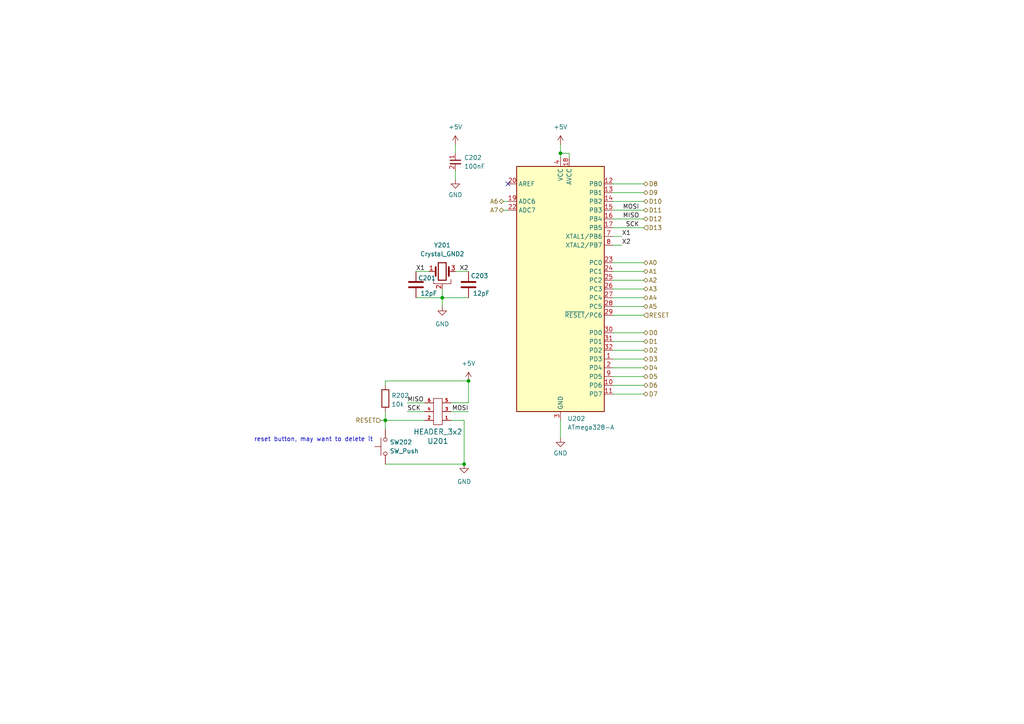
<source format=kicad_sch>
(kicad_sch (version 20230121) (generator eeschema)
  (paper "A4")
  (lib_symbols
    (symbol "Device:C" (pin_numbers hide) (pin_names (offset 0.254))
      (property "Reference" "C" (at 0.635 2.54 0))
      (property "Value" "C" (at 0.635 -2.54 0))
      (symbol "C_0_1"
        (polyline (pts (xy -2.032 -0.762) (xy 2.032 -0.762)) (stroke (width 0.508)))
        (polyline (pts (xy -2.032 0.762) (xy 2.032 0.762)) (stroke (width 0.508)))
      )
      (symbol "C_1_1"
        (pin passive line (at 0 3.81 270) (length 2.794) (name "~") (number "1"))
        (pin passive line (at 0 -3.81 90) (length 2.794) (name "~") (number "2"))
      )
    )
    (symbol "Device:R" (pin_numbers hide) (pin_names (offset 0))
      (property "Reference" "R" (at 2.032 0 90))
      (property "Value" "R" (at 0 0 90))
      (symbol "R_0_1"
        (rectangle (start -1.016 -2.54) (end 1.016 2.54) (stroke (width 0.254)))
      )
      (symbol "R_1_1"
        (pin passive line (at 0 3.81 270) (length 1.27) (name "~") (number "1"))
        (pin passive line (at 0 -3.81 90) (length 1.27) (name "~") (number "2"))
      )
    )
    (symbol "GND_1" (power) (pin_names (offset 0))
      (property "Value" "GND_1" (at 0 -3.81 0))
      (symbol "GND_1_0_1"
        (polyline (pts (xy 0 0) (xy 0 -1.27) (xy 1.27 -1.27) (xy 0 -2.54) (xy -1.27 -1.27) (xy 0 -1.27)))
      )
      (symbol "GND_1_1_1"
        (pin power_in line (at 0 0 270) (length 0) hide (name "GND") (number "1"))
      )
    )
    (symbol "MCU_Microchip_ATmega:ATmega328-A"
      (property "Reference" "U" (at -12.7 36.83 0))
      (property "Value" "ATmega328-A" (at 2.54 -36.83 0))
      (symbol "ATmega328-A_0_1"
        (rectangle (start -12.7 -35.56) (end 12.7 35.56) (stroke (width 0.254)) (fill (type background)))
      )
      (symbol "ATmega328-A_1_1"
        (pin bidirectional line (at 15.24 -20.32 180) (length 2.54) (name "PD3") (number "1"))
        (pin bidirectional line (at 15.24 -27.94 180) (length 2.54) (name "PD6") (number "10"))
        (pin bidirectional line (at 15.24 -30.48 180) (length 2.54) (name "PD7") (number "11"))
        (pin bidirectional line (at 15.24 30.48 180) (length 2.54) (name "PB0") (number "12"))
        (pin bidirectional line (at 15.24 27.94 180) (length 2.54) (name "PB1") (number "13"))
        (pin bidirectional line (at 15.24 25.4 180) (length 2.54) (name "PB2") (number "14"))
        (pin bidirectional line (at 15.24 22.86 180) (length 2.54) (name "PB3") (number "15"))
        (pin bidirectional line (at 15.24 20.32 180) (length 2.54) (name "PB4") (number "16"))
        (pin bidirectional line (at 15.24 17.78 180) (length 2.54) (name "PB5") (number "17"))
        (pin power_in line (at 2.54 38.1 270) (length 2.54) (name "AVCC") (number "18"))
        (pin input line (at -15.24 25.4 0) (length 2.54) (name "ADC6") (number "19"))
        (pin bidirectional line (at 15.24 -22.86 180) (length 2.54) (name "PD4") (number "2"))
        (pin passive line (at -15.24 30.48 0) (length 2.54) (name "AREF") (number "20"))
        (pin passive line (at 0 -38.1 90) (length 2.54) hide (name "GND") (number "21"))
        (pin input line (at -15.24 22.86 0) (length 2.54) (name "ADC7") (number "22"))
        (pin bidirectional line (at 15.24 7.62 180) (length 2.54) (name "PC0") (number "23"))
        (pin bidirectional line (at 15.24 5.08 180) (length 2.54) (name "PC1") (number "24"))
        (pin bidirectional line (at 15.24 2.54 180) (length 2.54) (name "PC2") (number "25"))
        (pin bidirectional line (at 15.24 0 180) (length 2.54) (name "PC3") (number "26"))
        (pin bidirectional line (at 15.24 -2.54 180) (length 2.54) (name "PC4") (number "27"))
        (pin bidirectional line (at 15.24 -5.08 180) (length 2.54) (name "PC5") (number "28"))
        (pin bidirectional line (at 15.24 -7.62 180) (length 2.54) (name "~{RESET}/PC6") (number "29"))
        (pin power_in line (at 0 -38.1 90) (length 2.54) (name "GND") (number "3"))
        (pin bidirectional line (at 15.24 -12.7 180) (length 2.54) (name "PD0") (number "30"))
        (pin bidirectional line (at 15.24 -15.24 180) (length 2.54) (name "PD1") (number "31"))
        (pin bidirectional line (at 15.24 -17.78 180) (length 2.54) (name "PD2") (number "32"))
        (pin power_in line (at 0 38.1 270) (length 2.54) (name "VCC") (number "4"))
        (pin passive line (at 0 -38.1 90) (length 2.54) hide (name "GND") (number "5"))
        (pin passive line (at 0 38.1 270) (length 2.54) hide (name "VCC") (number "6"))
        (pin bidirectional line (at 15.24 15.24 180) (length 2.54) (name "XTAL1/PB6") (number "7"))
        (pin bidirectional line (at 15.24 12.7 180) (length 2.54) (name "XTAL2/PB7") (number "8"))
        (pin bidirectional line (at 15.24 -25.4 180) (length 2.54) (name "PD5") (number "9"))
      )
    )
    (symbol "capacitor_miscellaneous:C_0402_100nF"
      (property "Reference" "U" (at 1.27 2.54 0))
      (property "Value" "100nF" (at 3.81 -2.54 0))
      (property "JLCPCB Part#" "C307331" (at 0 0 0))
      (symbol "C_0402_100nF_0_1"
        (polyline (pts (xy -1.524 -0.508) (xy 1.524 -0.508)) (stroke (width 0.3302)))
        (polyline (pts (xy -1.524 0.508) (xy 1.524 0.508)) (stroke (width 0.3048)))
      )
      (symbol "C_0402_100nF_1_1"
        (pin passive line (at 0 2.54 270) (length 2.032) (name "~") (number "1"))
        (pin passive line (at 0 -2.54 90) (length 2.032) (name "~") (number "2"))
      )
    )
    (symbol "custom_kicad_lib_sk:crystal_arduino" (pin_names (offset 1.016) hide)
      (property "Reference" "Y" (at 0 5.715 0))
      (property "Value" "Crystal_GND2" (at 0 3.81 0))
      (property "JLCPCB Part#" "C13738" (at 0 0 0))
      (symbol "crystal_arduino_0_1"
        (rectangle (start -1.143 2.54) (end 1.143 -2.54) (stroke (width 0.3048)))
        (polyline (pts (xy -2.54 0) (xy -1.905 0)))
        (polyline (pts (xy -1.905 -1.27) (xy -1.905 1.27)) (stroke (width 0.508)))
        (polyline (pts (xy 0 -3.81) (xy 0 -3.556)))
        (polyline (pts (xy 1.905 0) (xy 2.54 0)))
        (polyline (pts (xy 1.905 1.27) (xy 1.905 -1.27)) (stroke (width 0.508)))
        (polyline (pts (xy -2.54 -2.286) (xy -2.54 -3.556) (xy 2.54 -3.556) (xy 2.54 -2.286)))
      )
      (symbol "crystal_arduino_1_1"
        (pin passive line (at -3.81 0 0) (length 1.27) (name "1") (number "1"))
        (pin passive line (at 0 -5.08 90) (length 1.27) (name "GND") (number "2"))
        (pin passive line (at 3.81 0 180) (length 1.27) (name "3") (number "3"))
        (pin passive line (at 0 -5.08 90) (length 1.27) hide (name "GND") (number "4"))
      )
    )
    (symbol "custom_kicad_lib_sk:tactile_SMD_6mm" (pin_numbers hide) (pin_names (offset 1.016) hide)
      (property "Reference" "SW" (at 1.27 2.54 0))
      (property "Value" "SW_Push" (at 0 -1.524 0))
      (symbol "tactile_SMD_6mm_0_1"
        (circle (center -2.032 0) (radius 0.508))
        (polyline (pts (xy 0 1.27) (xy 0 3.048)))
        (polyline (pts (xy 2.54 1.27) (xy -2.54 1.27)))
        (circle (center 2.032 0) (radius 0.508))
        (pin passive line (at -5.08 0 0) (length 2.54) (name "1") (number "1"))
        (pin passive line (at 5.08 0 180) (length 2.54) (name "2") (number "2"))
      )
    )
    (symbol "power:+5V" (power) (pin_names (offset 0))
      (property "Value" "+5V" (at 0 3.556 0))
      (symbol "+5V_0_1"
        (polyline (pts (xy -0.762 1.27) (xy 0 2.54)))
        (polyline (pts (xy 0 0) (xy 0 2.54)))
        (polyline (pts (xy 0 2.54) (xy 0.762 1.27)))
      )
      (symbol "+5V_1_1"
        (pin power_in line (at 0 0 90) (length 0) hide (name "+5V") (number "1"))
      )
    )
    (symbol "power:GND" (power) (pin_names (offset 0))
      (property "Value" "GND" (at 0 -3.81 0))
      (symbol "GND_0_1"
        (polyline (pts (xy 0 0) (xy 0 -1.27) (xy 1.27 -1.27) (xy 0 -2.54) (xy -1.27 -1.27) (xy 0 -1.27)))
      )
      (symbol "GND_1_1"
        (pin power_in line (at 0 0 270) (length 0) hide (name "GND") (number "1"))
      )
    )
    (symbol "servoDriverSMD-rescue:HEADER_3x2-w_connectors" (pin_names (offset 0))
      (property "Reference" "J" (at 0 5.08 0))
      (property "Value" "HEADER_3x2-w_connectors" (at 0 -5.08 0))
      (symbol "HEADER_3x2-w_connectors_0_1"
        (rectangle (start 1.27 3.81) (end -1.27 -3.81))
      )
      (symbol "HEADER_3x2-w_connectors_1_1"
        (pin passive line (at -3.81 2.54 0) (length 2.54) (name "~") (number "1"))
        (pin passive line (at 3.81 2.54 180) (length 2.54) (name "~") (number "2"))
        (pin passive line (at -3.81 0 0) (length 2.54) (name "~") (number "3"))
        (pin passive line (at 3.81 0 180) (length 2.54) (name "~") (number "4"))
        (pin passive line (at -3.81 -2.54 0) (length 2.54) (name "~") (number "5"))
        (pin passive line (at 3.81 -2.54 180) (length 2.54) (name "~") (number "6"))
      )
    )
  )
  (junction (at 111.76 121.92))
  (junction (at 128.27 86.36))
  (junction (at 162.56 44.45))
  (junction (at 134.62 134.62))
  (junction (at 135.89 110.49))
  (no_connect (at 147.32 53.34))
  (wire (pts (xy 162.56 44.45) (xy 162.56 45.72)))
  (wire (pts (xy 128.27 86.36) (xy 135.89 86.36)))
  (wire (pts (xy 130.81 116.84) (xy 135.89 116.84)))
  (wire (pts (xy 134.62 121.92) (xy 130.81 121.92)))
  (wire (pts (xy 165.1 44.45) (xy 162.56 44.45)))
  (wire (pts (xy 177.8 86.36) (xy 186.69 86.36)))
  (wire (pts (xy 177.8 111.76) (xy 186.69 111.76)))
  (wire (pts (xy 123.19 119.38) (xy 118.11 119.38)))
  (wire (pts (xy 124.46 78.74) (xy 120.65 78.74)))
  (wire (pts (xy 177.8 76.2) (xy 186.69 76.2)))
  (wire (pts (xy 177.8 88.9) (xy 186.69 88.9)))
  (wire (pts (xy 111.76 110.49) (xy 135.89 110.49)))
  (wire (pts (xy 177.8 91.44) (xy 186.69 91.44)))
  (wire (pts (xy 135.89 116.84) (xy 135.89 110.49)))
  (wire (pts (xy 177.8 71.12) (xy 180.34 71.12)))
  (wire (pts (xy 162.56 121.92) (xy 162.56 127)))
  (wire (pts (xy 177.8 109.22) (xy 186.69 109.22)))
  (wire (pts (xy 146.05 58.42) (xy 147.32 58.42)))
  (wire (pts (xy 134.62 134.62) (xy 111.76 134.62)))
  (wire (pts (xy 130.81 119.38) (xy 135.89 119.38)))
  (wire (pts (xy 177.8 83.82) (xy 186.69 83.82)))
  (wire (pts (xy 128.27 83.82) (xy 128.27 86.36)))
  (wire (pts (xy 132.08 78.74) (xy 135.89 78.74)))
  (wire (pts (xy 146.05 60.96) (xy 147.32 60.96)))
  (wire (pts (xy 162.56 41.91) (xy 162.56 44.45)))
  (wire (pts (xy 134.62 121.92) (xy 134.62 134.62)))
  (wire (pts (xy 177.8 68.58) (xy 180.34 68.58)))
  (wire (pts (xy 177.8 114.3) (xy 186.69 114.3)))
  (wire (pts (xy 118.11 116.84) (xy 123.19 116.84)))
  (wire (pts (xy 110.49 121.92) (xy 111.76 121.92)))
  (wire (pts (xy 132.08 49.53) (xy 132.08 52.07)))
  (wire (pts (xy 111.76 121.92) (xy 123.19 121.92)))
  (wire (pts (xy 177.8 60.96) (xy 186.69 60.96)))
  (wire (pts (xy 111.76 110.49) (xy 111.76 111.76)))
  (wire (pts (xy 177.8 81.28) (xy 186.69 81.28)))
  (wire (pts (xy 177.8 55.88) (xy 186.69 55.88)))
  (wire (pts (xy 177.8 99.06) (xy 186.69 99.06)))
  (wire (pts (xy 120.65 86.36) (xy 128.27 86.36)))
  (wire (pts (xy 132.08 41.91) (xy 132.08 44.45)))
  (wire (pts (xy 177.8 96.52) (xy 186.69 96.52)))
  (wire (pts (xy 177.8 101.6) (xy 186.69 101.6)))
  (wire (pts (xy 128.27 86.36) (xy 128.27 88.9)))
  (wire (pts (xy 177.8 66.04) (xy 186.69 66.04)))
  (wire (pts (xy 165.1 45.72) (xy 165.1 44.45)))
  (wire (pts (xy 111.76 121.92) (xy 111.76 124.46)))
  (wire (pts (xy 177.8 63.5) (xy 186.69 63.5)))
  (wire (pts (xy 177.8 53.34) (xy 186.69 53.34)))
  (wire (pts (xy 177.8 106.68) (xy 186.69 106.68)))
  (wire (pts (xy 177.8 78.74) (xy 186.69 78.74)))
  (wire (pts (xy 177.8 104.14) (xy 186.69 104.14)))
  (wire (pts (xy 111.76 119.38) (xy 111.76 121.92)))
  (wire (pts (xy 177.8 58.42) (xy 186.69 58.42)))
  (text "reset button, may want to delete it" (at 73.66 128.27 0) (effects (font (size 1.27 1.27)) (justify left bottom)))
  (label "SCK" (at 118.11 119.38 0))
  (label "X1" (at 120.65 78.74 0))
  (label "X2" (at 180.34 71.12 0))
  (label "MISO" (at 118.11 116.84 0))
  (label "MOSI" (at 185.42 60.96 180))
  (label "X1" (at 180.34 68.58 0))
  (label "SCK" (at 185.42 66.04 180))
  (label "MISO" (at 185.42 63.5 180))
  (label "MOSI" (at 135.89 119.38 180))
  (label "X2" (at 135.89 78.74 180))
  (hierarchical_label "A7" (shape bidirectional) (at 146.05 60.96 180))
  (hierarchical_label "D13" (shape input) (at 186.69 66.04 0))
  (hierarchical_label "A0" (shape bidirectional) (at 186.69 76.2 0))
  (hierarchical_label "D9" (shape bidirectional) (at 186.69 55.88 0))
  (hierarchical_label "D12" (shape bidirectional) (at 186.69 63.5 0))
  (hierarchical_label "D7" (shape bidirectional) (at 186.69 114.3 0))
  (hierarchical_label "A3" (shape bidirectional) (at 186.69 83.82 0))
  (hierarchical_label "A6" (shape bidirectional) (at 146.05 58.42 180))
  (hierarchical_label "RESET" (shape input) (at 186.69 91.44 0))
  (hierarchical_label "D6" (shape bidirectional) (at 186.69 111.76 0))
  (hierarchical_label "A5" (shape bidirectional) (at 186.69 88.9 0))
  (hierarchical_label "A1" (shape bidirectional) (at 186.69 78.74 0))
  (hierarchical_label "D11" (shape bidirectional) (at 186.69 60.96 0))
  (hierarchical_label "A4" (shape bidirectional) (at 186.69 86.36 0))
  (hierarchical_label "D8" (shape bidirectional) (at 186.69 53.34 0))
  (hierarchical_label "D1" (shape bidirectional) (at 186.69 99.06 0))
  (hierarchical_label "D3" (shape bidirectional) (at 186.69 104.14 0))
  (hierarchical_label "D10" (shape bidirectional) (at 186.69 58.42 0))
  (hierarchical_label "D0" (shape bidirectional) (at 186.69 96.52 0))
  (hierarchical_label "D2" (shape bidirectional) (at 186.69 101.6 0))
  (hierarchical_label "D4" (shape bidirectional) (at 186.69 106.68 0))
  (hierarchical_label "RESET" (shape input) (at 110.49 121.92 180))
  (hierarchical_label "D5" (shape bidirectional) (at 186.69 109.22 0))
  (hierarchical_label "A2" (shape bidirectional) (at 186.69 81.28 0))
  (symbol (lib_id "custom_kicad_lib_sk:crystal_arduino") (at 128.27 78.74 0) (unit 1)
    (property "Reference" "Y201" (at 128.27 71.12 0))
    (property "Value" "Crystal_GND2" (at 128.27 73.66 0))
    (property "Footprint" "custom_kicad_lib_sk:crystal_arduino" (effects hide))
    (property "JLCPCB Part#" "C13738" (effects hide))
    (instances (project "GPIO_UNIT" (path "" (reference "Y201") (unit 1))) (project "atmega328" (path "" (reference "Y201") (unit 1))) (project "general_schematics" (path "" (reference "Y?") (unit 1)) (path "" (reference "Y1401") (unit 1))))
  )
  (symbol (lib_id "Device:C") (at 135.89 82.55 180) (unit 1)
    (property "Reference" "C203" (at 136.525 80.01 0) (effects (justify right)))
    (property "Value" "12pF" (at 137.16 85.09 0) (effects (justify right)))
    (property "Footprint" "Capacitor_SMD:C_0603_1608Metric" (effects hide))
    (property "JLCPCB Part#" "C38523" (effects hide))
    (instances (project "GPIO_UNIT" (path "" (reference "C203") (unit 1))) (project "atmega328" (path "" (reference "C203") (unit 1))) (project "general_schematics" (path "" (reference "C?") (unit 1)) (path "" (reference "C1403") (unit 1))))
  )
  (symbol (lib_id "MCU_Microchip_ATmega:ATmega328-A") (at 162.56 83.82 0) (unit 1)
    (property "Reference" "U202" (at 164.5794 121.4104 0) (effects (justify left)))
    (property "Value" "ATmega328-A" (at 164.5794 123.9473 0) (effects (justify left)))
    (property "Footprint" "Package_QFP:TQFP-32_7x7mm_P0.8mm" (effects hide))
    (property "Datasheet" "http://ww1.microchip.com/downloads/en/DeviceDoc/ATmega328_P%20AVR%20MCU%20with%20picoPower%20Technology%20Data%20Sheet%2040001984A.pdf" (effects hide))
    (property "JLCPCB Part#" "C14877" (effects hide))
    (instances (project "GPIO_UNIT" (path "" (reference "U202") (unit 1))) (project "atmega328" (path "" (reference "U202") (unit 1))) (project "general_schematics" (path "" (reference "U1402") (unit 1))))
  )
  (symbol (lib_id "power:GND") (at 132.08 52.07 0) (unit 1)
    (property "Reference" "#PWR0201" (effects hide))
    (property "Value" "GND" (at 132.08 56.5134 0))
    (instances (project "GPIO_UNIT" (path "" (reference "#PWR0201") (unit 1))) (project "atmega328" (path "" (reference "#PWR0201") (unit 1))) (project "general_schematics" (path "" (reference "#PWR0137") (unit 1))))
  )
  (symbol (lib_id "custom_kicad_lib_sk:tactile_SMD_6mm") (at 111.76 129.54 90) (unit 1)
    (property "Reference" "SW202" (at 113.03 128.27 90) (effects (justify right)))
    (property "Value" "SW_Push" (at 113.03 130.81 90) (effects (justify right)))
    (property "Footprint" "custom_kicad_lib_sk:tactile_SMD_6mm" (effects hide))
    (property "JLCPCB Part#" "C294567" (effects hide))
  )
  (symbol (lib_id "Device:C") (at 120.65 82.55 180) (unit 1)
    (property "Reference" "C201" (at 121.285 80.645 0) (effects (justify right)))
    (property "Value" "12pF" (at 121.92 85.09 0) (effects (justify right)))
    (property "Footprint" "Capacitor_SMD:C_0603_1608Metric" (effects hide))
    (property "JLCPCB Part#" "C38523" (effects hide))
    (instances (project "GPIO_UNIT" (path "" (reference "C201") (unit 1))) (project "atmega328" (path "" (reference "C201") (unit 1))) (project "general_schematics" (path "" (reference "C?") (unit 1)) (path "" (reference "C1401") (unit 1))))
  )
  (symbol (lib_name "GND_1") (lib_id "power:GND") (at 128.27 88.9 0) (unit 1)
    (property "Reference" "#PWR0102" (effects hide))
    (property "Value" "GND" (at 128.27 93.98 0))
  )
  (symbol (lib_id "power:+5V") (at 135.89 110.49 0) (unit 1)
    (property "Reference" "#PWR0107" (effects hide))
    (property "Value" "+5V" (at 135.89 105.41 0))
  )
  (symbol (lib_name "GND_1") (lib_id "power:GND") (at 134.62 134.62 0) (unit 1)
    (property "Reference" "#PWR0101" (effects hide))
    (property "Value" "GND" (at 134.62 139.7 0))
  )
  (symbol (lib_id "power:GND") (at 162.56 127 0) (unit 1)
    (property "Reference" "#PWR0202" (effects hide))
    (property "Value" "GND" (at 162.56 131.4434 0))
    (instances (project "GPIO_UNIT" (path "" (reference "#PWR0202") (unit 1))) (project "atmega328" (path "" (reference "#PWR0202") (unit 1))) (project "general_schematics" (path "" (reference "#PWR0138") (unit 1))))
  )
  (symbol (lib_id "servoDriverSMD-rescue:HEADER_3x2-w_connectors") (at 127 119.38 180) (unit 1)
    (property "Reference" "U201" (at 127 127.9398 0) (effects (font (size 1.524 1.524))))
    (property "Value" "HEADER_3x2" (at 127 125.2474 0) (effects (font (size 1.524 1.524))))
    (property "Footprint" "Connector_PinSocket_1.27mm:PinSocket_2x03_P1.27mm_Vertical" (effects hide))
    (instances (project "GPIO_UNIT" (path "" (reference "U201") (unit 1))) (project "atmega328" (path "" (reference "U201") (unit 1))) (project "general_schematics" (path "" (reference "U1401") (unit 1))))
  )
  (symbol (lib_id "Device:R") (at 111.76 115.57 0) (unit 1)
    (property "Reference" "R202" (at 113.538 114.7353 0) (effects (justify left)))
    (property "Value" "10k" (at 113.538 117.2722 0) (effects (justify left)))
    (property "Footprint" "Resistor_SMD:R_0402_1005Metric_Pad0.72x0.64mm_HandSolder" (effects hide))
    (property "JLCPCB Part#" "C25744" (effects hide))
    (instances (project "GPIO_UNIT" (path "" (reference "R202") (unit 1))) (project "atmega328" (path "" (reference "R202") (unit 1))) (project "general_schematics" (path "" (reference "R1402") (unit 1))))
  )
  (symbol (lib_id "power:+5V") (at 132.08 41.91 0) (unit 1)
    (property "Reference" "#PWR0105" (effects hide))
    (property "Value" "+5V" (at 132.08 36.83 0))
  )
  (symbol (lib_id "capacitor_miscellaneous:C_0402_100nF") (at 132.08 46.99 0) (unit 1)
    (property "Reference" "C202" (at 134.62 45.7263 0) (effects (justify left)))
    (property "Value" "100nF" (at 134.62 48.2663 0) (effects (justify left)))
    (property "Footprint" "Capacitor_SMD:C_0402_1005Metric" (effects hide))
    (property "JLCPCB Part#" "C307331" (effects hide))
  )
  (symbol (lib_id "power:+5V") (at 162.56 41.91 0) (unit 1)
    (property "Reference" "#PWR0106" (effects hide))
    (property "Value" "+5V" (at 162.56 36.83 0))
  )
)
</source>
